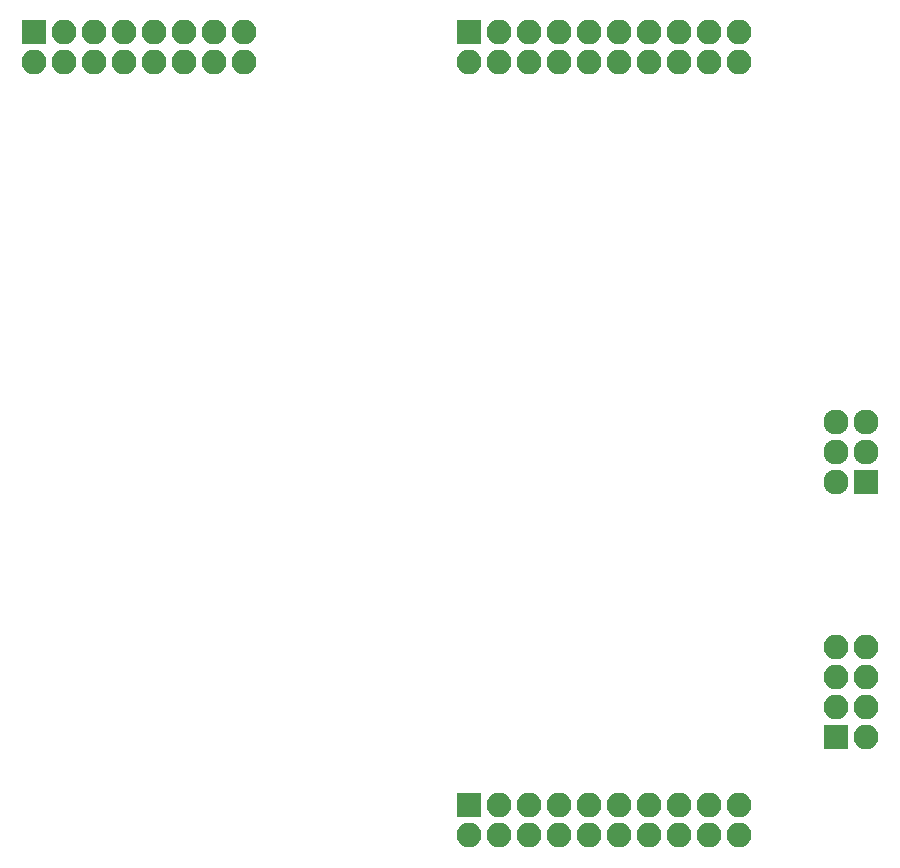
<source format=gbs>
G04 #@! TF.FileFunction,Soldermask,Bot*
%FSLAX46Y46*%
G04 Gerber Fmt 4.6, Leading zero omitted, Abs format (unit mm)*
G04 Created by KiCad (PCBNEW 4.0.6) date Monday, August 21, 2017 'PMt' 07:13:58 PM*
%MOMM*%
%LPD*%
G01*
G04 APERTURE LIST*
%ADD10C,0.100000*%
%ADD11R,2.100000X2.100000*%
%ADD12O,2.100000X2.100000*%
%ADD13R,2.127200X2.127200*%
%ADD14O,2.127200X2.127200*%
G04 APERTURE END LIST*
D10*
D11*
X155702000Y-123698000D03*
D12*
X155702000Y-126238000D03*
X158242000Y-123698000D03*
X158242000Y-126238000D03*
X160782000Y-123698000D03*
X160782000Y-126238000D03*
X163322000Y-123698000D03*
X163322000Y-126238000D03*
X165862000Y-123698000D03*
X165862000Y-126238000D03*
X168402000Y-123698000D03*
X168402000Y-126238000D03*
X170942000Y-123698000D03*
X170942000Y-126238000D03*
X173482000Y-123698000D03*
X173482000Y-126238000D03*
X176022000Y-123698000D03*
X176022000Y-126238000D03*
X178562000Y-123698000D03*
X178562000Y-126238000D03*
D11*
X155702000Y-58293000D03*
D12*
X155702000Y-60833000D03*
X158242000Y-58293000D03*
X158242000Y-60833000D03*
X160782000Y-58293000D03*
X160782000Y-60833000D03*
X163322000Y-58293000D03*
X163322000Y-60833000D03*
X165862000Y-58293000D03*
X165862000Y-60833000D03*
X168402000Y-58293000D03*
X168402000Y-60833000D03*
X170942000Y-58293000D03*
X170942000Y-60833000D03*
X173482000Y-58293000D03*
X173482000Y-60833000D03*
X176022000Y-58293000D03*
X176022000Y-60833000D03*
X178562000Y-58293000D03*
X178562000Y-60833000D03*
D13*
X189357000Y-96393000D03*
D14*
X186817000Y-96393000D03*
X189357000Y-93853000D03*
X186817000Y-93853000D03*
X189357000Y-91313000D03*
X186817000Y-91313000D03*
D11*
X186817000Y-117983000D03*
D12*
X189357000Y-117983000D03*
X186817000Y-115443000D03*
X189357000Y-115443000D03*
X186817000Y-112903000D03*
X189357000Y-112903000D03*
X186817000Y-110363000D03*
X189357000Y-110363000D03*
D11*
X118872000Y-58293000D03*
D12*
X118872000Y-60833000D03*
X121412000Y-58293000D03*
X121412000Y-60833000D03*
X123952000Y-58293000D03*
X123952000Y-60833000D03*
X126492000Y-58293000D03*
X126492000Y-60833000D03*
X129032000Y-58293000D03*
X129032000Y-60833000D03*
X131572000Y-58293000D03*
X131572000Y-60833000D03*
X134112000Y-58293000D03*
X134112000Y-60833000D03*
X136652000Y-58293000D03*
X136652000Y-60833000D03*
M02*

</source>
